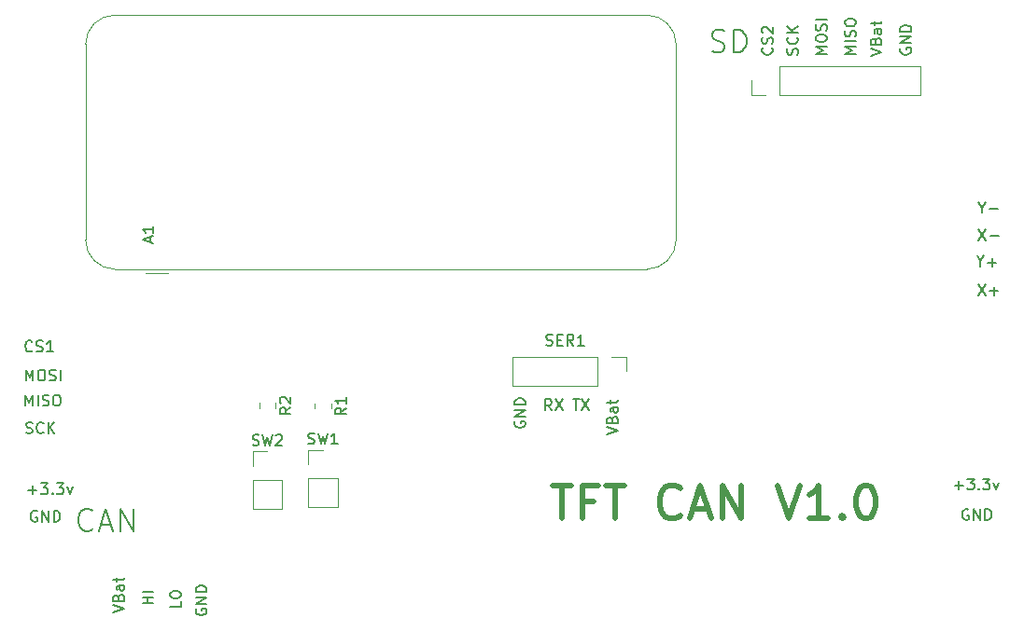
<source format=gbr>
G04 #@! TF.GenerationSoftware,KiCad,Pcbnew,7.0.2-0*
G04 #@! TF.CreationDate,2023-04-27T16:56:16-04:00*
G04 #@! TF.ProjectId,TFT_CAN,5446545f-4341-44e2-9e6b-696361645f70,rev?*
G04 #@! TF.SameCoordinates,Original*
G04 #@! TF.FileFunction,Legend,Top*
G04 #@! TF.FilePolarity,Positive*
%FSLAX46Y46*%
G04 Gerber Fmt 4.6, Leading zero omitted, Abs format (unit mm)*
G04 Created by KiCad (PCBNEW 7.0.2-0) date 2023-04-27 16:56:16*
%MOMM*%
%LPD*%
G01*
G04 APERTURE LIST*
%ADD10C,0.200000*%
%ADD11C,0.150000*%
%ADD12C,0.500000*%
%ADD13C,0.120000*%
G04 APERTURE END LIST*
D10*
X33004285Y-75029761D02*
X32909047Y-75125000D01*
X32909047Y-75125000D02*
X32623333Y-75220238D01*
X32623333Y-75220238D02*
X32432857Y-75220238D01*
X32432857Y-75220238D02*
X32147142Y-75125000D01*
X32147142Y-75125000D02*
X31956666Y-74934523D01*
X31956666Y-74934523D02*
X31861428Y-74744047D01*
X31861428Y-74744047D02*
X31766190Y-74363095D01*
X31766190Y-74363095D02*
X31766190Y-74077380D01*
X31766190Y-74077380D02*
X31861428Y-73696428D01*
X31861428Y-73696428D02*
X31956666Y-73505952D01*
X31956666Y-73505952D02*
X32147142Y-73315476D01*
X32147142Y-73315476D02*
X32432857Y-73220238D01*
X32432857Y-73220238D02*
X32623333Y-73220238D01*
X32623333Y-73220238D02*
X32909047Y-73315476D01*
X32909047Y-73315476D02*
X33004285Y-73410714D01*
X33766190Y-74648809D02*
X34718571Y-74648809D01*
X33575714Y-75220238D02*
X34242380Y-73220238D01*
X34242380Y-73220238D02*
X34909047Y-75220238D01*
X35575714Y-75220238D02*
X35575714Y-73220238D01*
X35575714Y-73220238D02*
X36718571Y-75220238D01*
X36718571Y-75220238D02*
X36718571Y-73220238D01*
D11*
X94652180Y-31326057D02*
X94699800Y-31373676D01*
X94699800Y-31373676D02*
X94747419Y-31516533D01*
X94747419Y-31516533D02*
X94747419Y-31611771D01*
X94747419Y-31611771D02*
X94699800Y-31754628D01*
X94699800Y-31754628D02*
X94604561Y-31849866D01*
X94604561Y-31849866D02*
X94509323Y-31897485D01*
X94509323Y-31897485D02*
X94318847Y-31945104D01*
X94318847Y-31945104D02*
X94175990Y-31945104D01*
X94175990Y-31945104D02*
X93985514Y-31897485D01*
X93985514Y-31897485D02*
X93890276Y-31849866D01*
X93890276Y-31849866D02*
X93795038Y-31754628D01*
X93795038Y-31754628D02*
X93747419Y-31611771D01*
X93747419Y-31611771D02*
X93747419Y-31516533D01*
X93747419Y-31516533D02*
X93795038Y-31373676D01*
X93795038Y-31373676D02*
X93842657Y-31326057D01*
X94699800Y-30945104D02*
X94747419Y-30802247D01*
X94747419Y-30802247D02*
X94747419Y-30564152D01*
X94747419Y-30564152D02*
X94699800Y-30468914D01*
X94699800Y-30468914D02*
X94652180Y-30421295D01*
X94652180Y-30421295D02*
X94556942Y-30373676D01*
X94556942Y-30373676D02*
X94461704Y-30373676D01*
X94461704Y-30373676D02*
X94366466Y-30421295D01*
X94366466Y-30421295D02*
X94318847Y-30468914D01*
X94318847Y-30468914D02*
X94271228Y-30564152D01*
X94271228Y-30564152D02*
X94223609Y-30754628D01*
X94223609Y-30754628D02*
X94175990Y-30849866D01*
X94175990Y-30849866D02*
X94128371Y-30897485D01*
X94128371Y-30897485D02*
X94033133Y-30945104D01*
X94033133Y-30945104D02*
X93937895Y-30945104D01*
X93937895Y-30945104D02*
X93842657Y-30897485D01*
X93842657Y-30897485D02*
X93795038Y-30849866D01*
X93795038Y-30849866D02*
X93747419Y-30754628D01*
X93747419Y-30754628D02*
X93747419Y-30516533D01*
X93747419Y-30516533D02*
X93795038Y-30373676D01*
X93842657Y-29992723D02*
X93795038Y-29945104D01*
X93795038Y-29945104D02*
X93747419Y-29849866D01*
X93747419Y-29849866D02*
X93747419Y-29611771D01*
X93747419Y-29611771D02*
X93795038Y-29516533D01*
X93795038Y-29516533D02*
X93842657Y-29468914D01*
X93842657Y-29468914D02*
X93937895Y-29421295D01*
X93937895Y-29421295D02*
X94033133Y-29421295D01*
X94033133Y-29421295D02*
X94175990Y-29468914D01*
X94175990Y-29468914D02*
X94747419Y-30040342D01*
X94747419Y-30040342D02*
X94747419Y-29421295D01*
X76616495Y-63267419D02*
X77187923Y-63267419D01*
X76902209Y-64267419D02*
X76902209Y-63267419D01*
X77426019Y-63267419D02*
X78092685Y-64267419D01*
X78092685Y-63267419D02*
X77426019Y-64267419D01*
X71351438Y-65277904D02*
X71303819Y-65373142D01*
X71303819Y-65373142D02*
X71303819Y-65515999D01*
X71303819Y-65515999D02*
X71351438Y-65658856D01*
X71351438Y-65658856D02*
X71446676Y-65754094D01*
X71446676Y-65754094D02*
X71541914Y-65801713D01*
X71541914Y-65801713D02*
X71732390Y-65849332D01*
X71732390Y-65849332D02*
X71875247Y-65849332D01*
X71875247Y-65849332D02*
X72065723Y-65801713D01*
X72065723Y-65801713D02*
X72160961Y-65754094D01*
X72160961Y-65754094D02*
X72256200Y-65658856D01*
X72256200Y-65658856D02*
X72303819Y-65515999D01*
X72303819Y-65515999D02*
X72303819Y-65420761D01*
X72303819Y-65420761D02*
X72256200Y-65277904D01*
X72256200Y-65277904D02*
X72208580Y-65230285D01*
X72208580Y-65230285D02*
X71875247Y-65230285D01*
X71875247Y-65230285D02*
X71875247Y-65420761D01*
X72303819Y-64801713D02*
X71303819Y-64801713D01*
X71303819Y-64801713D02*
X72303819Y-64230285D01*
X72303819Y-64230285D02*
X71303819Y-64230285D01*
X72303819Y-63754094D02*
X71303819Y-63754094D01*
X71303819Y-63754094D02*
X71303819Y-63515999D01*
X71303819Y-63515999D02*
X71351438Y-63373142D01*
X71351438Y-63373142D02*
X71446676Y-63277904D01*
X71446676Y-63277904D02*
X71541914Y-63230285D01*
X71541914Y-63230285D02*
X71732390Y-63182666D01*
X71732390Y-63182666D02*
X71875247Y-63182666D01*
X71875247Y-63182666D02*
X72065723Y-63230285D01*
X72065723Y-63230285D02*
X72160961Y-63277904D01*
X72160961Y-63277904D02*
X72256200Y-63373142D01*
X72256200Y-63373142D02*
X72303819Y-63515999D01*
X72303819Y-63515999D02*
X72303819Y-63754094D01*
X96985800Y-31945104D02*
X97033419Y-31802247D01*
X97033419Y-31802247D02*
X97033419Y-31564152D01*
X97033419Y-31564152D02*
X96985800Y-31468914D01*
X96985800Y-31468914D02*
X96938180Y-31421295D01*
X96938180Y-31421295D02*
X96842942Y-31373676D01*
X96842942Y-31373676D02*
X96747704Y-31373676D01*
X96747704Y-31373676D02*
X96652466Y-31421295D01*
X96652466Y-31421295D02*
X96604847Y-31468914D01*
X96604847Y-31468914D02*
X96557228Y-31564152D01*
X96557228Y-31564152D02*
X96509609Y-31754628D01*
X96509609Y-31754628D02*
X96461990Y-31849866D01*
X96461990Y-31849866D02*
X96414371Y-31897485D01*
X96414371Y-31897485D02*
X96319133Y-31945104D01*
X96319133Y-31945104D02*
X96223895Y-31945104D01*
X96223895Y-31945104D02*
X96128657Y-31897485D01*
X96128657Y-31897485D02*
X96081038Y-31849866D01*
X96081038Y-31849866D02*
X96033419Y-31754628D01*
X96033419Y-31754628D02*
X96033419Y-31516533D01*
X96033419Y-31516533D02*
X96081038Y-31373676D01*
X96938180Y-30373676D02*
X96985800Y-30421295D01*
X96985800Y-30421295D02*
X97033419Y-30564152D01*
X97033419Y-30564152D02*
X97033419Y-30659390D01*
X97033419Y-30659390D02*
X96985800Y-30802247D01*
X96985800Y-30802247D02*
X96890561Y-30897485D01*
X96890561Y-30897485D02*
X96795323Y-30945104D01*
X96795323Y-30945104D02*
X96604847Y-30992723D01*
X96604847Y-30992723D02*
X96461990Y-30992723D01*
X96461990Y-30992723D02*
X96271514Y-30945104D01*
X96271514Y-30945104D02*
X96176276Y-30897485D01*
X96176276Y-30897485D02*
X96081038Y-30802247D01*
X96081038Y-30802247D02*
X96033419Y-30659390D01*
X96033419Y-30659390D02*
X96033419Y-30564152D01*
X96033419Y-30564152D02*
X96081038Y-30421295D01*
X96081038Y-30421295D02*
X96128657Y-30373676D01*
X97033419Y-29945104D02*
X96033419Y-29945104D01*
X97033419Y-29373676D02*
X96461990Y-29802247D01*
X96033419Y-29373676D02*
X96604847Y-29945104D01*
X27206819Y-71506466D02*
X27968724Y-71506466D01*
X27587771Y-71887419D02*
X27587771Y-71125514D01*
X28349676Y-70887419D02*
X28968723Y-70887419D01*
X28968723Y-70887419D02*
X28635390Y-71268371D01*
X28635390Y-71268371D02*
X28778247Y-71268371D01*
X28778247Y-71268371D02*
X28873485Y-71315990D01*
X28873485Y-71315990D02*
X28921104Y-71363609D01*
X28921104Y-71363609D02*
X28968723Y-71458847D01*
X28968723Y-71458847D02*
X28968723Y-71696942D01*
X28968723Y-71696942D02*
X28921104Y-71792180D01*
X28921104Y-71792180D02*
X28873485Y-71839800D01*
X28873485Y-71839800D02*
X28778247Y-71887419D01*
X28778247Y-71887419D02*
X28492533Y-71887419D01*
X28492533Y-71887419D02*
X28397295Y-71839800D01*
X28397295Y-71839800D02*
X28349676Y-71792180D01*
X29397295Y-71792180D02*
X29444914Y-71839800D01*
X29444914Y-71839800D02*
X29397295Y-71887419D01*
X29397295Y-71887419D02*
X29349676Y-71839800D01*
X29349676Y-71839800D02*
X29397295Y-71792180D01*
X29397295Y-71792180D02*
X29397295Y-71887419D01*
X29778247Y-70887419D02*
X30397294Y-70887419D01*
X30397294Y-70887419D02*
X30063961Y-71268371D01*
X30063961Y-71268371D02*
X30206818Y-71268371D01*
X30206818Y-71268371D02*
X30302056Y-71315990D01*
X30302056Y-71315990D02*
X30349675Y-71363609D01*
X30349675Y-71363609D02*
X30397294Y-71458847D01*
X30397294Y-71458847D02*
X30397294Y-71696942D01*
X30397294Y-71696942D02*
X30349675Y-71792180D01*
X30349675Y-71792180D02*
X30302056Y-71839800D01*
X30302056Y-71839800D02*
X30206818Y-71887419D01*
X30206818Y-71887419D02*
X29921104Y-71887419D01*
X29921104Y-71887419D02*
X29825866Y-71839800D01*
X29825866Y-71839800D02*
X29778247Y-71792180D01*
X30730628Y-71220752D02*
X30968723Y-71887419D01*
X30968723Y-71887419D02*
X31206818Y-71220752D01*
X79685819Y-66443028D02*
X80685819Y-66109695D01*
X80685819Y-66109695D02*
X79685819Y-65776362D01*
X80162009Y-65109695D02*
X80209628Y-64966838D01*
X80209628Y-64966838D02*
X80257247Y-64919219D01*
X80257247Y-64919219D02*
X80352485Y-64871600D01*
X80352485Y-64871600D02*
X80495342Y-64871600D01*
X80495342Y-64871600D02*
X80590580Y-64919219D01*
X80590580Y-64919219D02*
X80638200Y-64966838D01*
X80638200Y-64966838D02*
X80685819Y-65062076D01*
X80685819Y-65062076D02*
X80685819Y-65443028D01*
X80685819Y-65443028D02*
X79685819Y-65443028D01*
X79685819Y-65443028D02*
X79685819Y-65109695D01*
X79685819Y-65109695D02*
X79733438Y-65014457D01*
X79733438Y-65014457D02*
X79781057Y-64966838D01*
X79781057Y-64966838D02*
X79876295Y-64919219D01*
X79876295Y-64919219D02*
X79971533Y-64919219D01*
X79971533Y-64919219D02*
X80066771Y-64966838D01*
X80066771Y-64966838D02*
X80114390Y-65014457D01*
X80114390Y-65014457D02*
X80162009Y-65109695D01*
X80162009Y-65109695D02*
X80162009Y-65443028D01*
X80685819Y-64014457D02*
X80162009Y-64014457D01*
X80162009Y-64014457D02*
X80066771Y-64062076D01*
X80066771Y-64062076D02*
X80019152Y-64157314D01*
X80019152Y-64157314D02*
X80019152Y-64347790D01*
X80019152Y-64347790D02*
X80066771Y-64443028D01*
X80638200Y-64014457D02*
X80685819Y-64109695D01*
X80685819Y-64109695D02*
X80685819Y-64347790D01*
X80685819Y-64347790D02*
X80638200Y-64443028D01*
X80638200Y-64443028D02*
X80542961Y-64490647D01*
X80542961Y-64490647D02*
X80447723Y-64490647D01*
X80447723Y-64490647D02*
X80352485Y-64443028D01*
X80352485Y-64443028D02*
X80304866Y-64347790D01*
X80304866Y-64347790D02*
X80304866Y-64109695D01*
X80304866Y-64109695D02*
X80257247Y-64014457D01*
X80019152Y-63681123D02*
X80019152Y-63300171D01*
X79685819Y-63538266D02*
X80542961Y-63538266D01*
X80542961Y-63538266D02*
X80638200Y-63490647D01*
X80638200Y-63490647D02*
X80685819Y-63395409D01*
X80685819Y-63395409D02*
X80685819Y-63300171D01*
X113347619Y-52802619D02*
X114014285Y-53802619D01*
X114014285Y-52802619D02*
X113347619Y-53802619D01*
X114395238Y-53421666D02*
X115157143Y-53421666D01*
X114776190Y-53802619D02*
X114776190Y-53040714D01*
X27009886Y-66302600D02*
X27152743Y-66350219D01*
X27152743Y-66350219D02*
X27390838Y-66350219D01*
X27390838Y-66350219D02*
X27486076Y-66302600D01*
X27486076Y-66302600D02*
X27533695Y-66254980D01*
X27533695Y-66254980D02*
X27581314Y-66159742D01*
X27581314Y-66159742D02*
X27581314Y-66064504D01*
X27581314Y-66064504D02*
X27533695Y-65969266D01*
X27533695Y-65969266D02*
X27486076Y-65921647D01*
X27486076Y-65921647D02*
X27390838Y-65874028D01*
X27390838Y-65874028D02*
X27200362Y-65826409D01*
X27200362Y-65826409D02*
X27105124Y-65778790D01*
X27105124Y-65778790D02*
X27057505Y-65731171D01*
X27057505Y-65731171D02*
X27009886Y-65635933D01*
X27009886Y-65635933D02*
X27009886Y-65540695D01*
X27009886Y-65540695D02*
X27057505Y-65445457D01*
X27057505Y-65445457D02*
X27105124Y-65397838D01*
X27105124Y-65397838D02*
X27200362Y-65350219D01*
X27200362Y-65350219D02*
X27438457Y-65350219D01*
X27438457Y-65350219D02*
X27581314Y-65397838D01*
X28581314Y-66254980D02*
X28533695Y-66302600D01*
X28533695Y-66302600D02*
X28390838Y-66350219D01*
X28390838Y-66350219D02*
X28295600Y-66350219D01*
X28295600Y-66350219D02*
X28152743Y-66302600D01*
X28152743Y-66302600D02*
X28057505Y-66207361D01*
X28057505Y-66207361D02*
X28009886Y-66112123D01*
X28009886Y-66112123D02*
X27962267Y-65921647D01*
X27962267Y-65921647D02*
X27962267Y-65778790D01*
X27962267Y-65778790D02*
X28009886Y-65588314D01*
X28009886Y-65588314D02*
X28057505Y-65493076D01*
X28057505Y-65493076D02*
X28152743Y-65397838D01*
X28152743Y-65397838D02*
X28295600Y-65350219D01*
X28295600Y-65350219D02*
X28390838Y-65350219D01*
X28390838Y-65350219D02*
X28533695Y-65397838D01*
X28533695Y-65397838D02*
X28581314Y-65445457D01*
X29009886Y-66350219D02*
X29009886Y-65350219D01*
X29581314Y-66350219D02*
X29152743Y-65778790D01*
X29581314Y-65350219D02*
X29009886Y-65921647D01*
X113731752Y-45858828D02*
X113731752Y-46335019D01*
X113398419Y-45335019D02*
X113731752Y-45858828D01*
X113731752Y-45858828D02*
X114065085Y-45335019D01*
X114398419Y-45954066D02*
X115160324Y-45954066D01*
X99624219Y-31897484D02*
X98624219Y-31897484D01*
X98624219Y-31897484D02*
X99338504Y-31564151D01*
X99338504Y-31564151D02*
X98624219Y-31230818D01*
X98624219Y-31230818D02*
X99624219Y-31230818D01*
X98624219Y-30564151D02*
X98624219Y-30373675D01*
X98624219Y-30373675D02*
X98671838Y-30278437D01*
X98671838Y-30278437D02*
X98767076Y-30183199D01*
X98767076Y-30183199D02*
X98957552Y-30135580D01*
X98957552Y-30135580D02*
X99290885Y-30135580D01*
X99290885Y-30135580D02*
X99481361Y-30183199D01*
X99481361Y-30183199D02*
X99576600Y-30278437D01*
X99576600Y-30278437D02*
X99624219Y-30373675D01*
X99624219Y-30373675D02*
X99624219Y-30564151D01*
X99624219Y-30564151D02*
X99576600Y-30659389D01*
X99576600Y-30659389D02*
X99481361Y-30754627D01*
X99481361Y-30754627D02*
X99290885Y-30802246D01*
X99290885Y-30802246D02*
X98957552Y-30802246D01*
X98957552Y-30802246D02*
X98767076Y-30754627D01*
X98767076Y-30754627D02*
X98671838Y-30659389D01*
X98671838Y-30659389D02*
X98624219Y-30564151D01*
X99576600Y-29754627D02*
X99624219Y-29611770D01*
X99624219Y-29611770D02*
X99624219Y-29373675D01*
X99624219Y-29373675D02*
X99576600Y-29278437D01*
X99576600Y-29278437D02*
X99528980Y-29230818D01*
X99528980Y-29230818D02*
X99433742Y-29183199D01*
X99433742Y-29183199D02*
X99338504Y-29183199D01*
X99338504Y-29183199D02*
X99243266Y-29230818D01*
X99243266Y-29230818D02*
X99195647Y-29278437D01*
X99195647Y-29278437D02*
X99148028Y-29373675D01*
X99148028Y-29373675D02*
X99100409Y-29564151D01*
X99100409Y-29564151D02*
X99052790Y-29659389D01*
X99052790Y-29659389D02*
X99005171Y-29707008D01*
X99005171Y-29707008D02*
X98909933Y-29754627D01*
X98909933Y-29754627D02*
X98814695Y-29754627D01*
X98814695Y-29754627D02*
X98719457Y-29707008D01*
X98719457Y-29707008D02*
X98671838Y-29659389D01*
X98671838Y-29659389D02*
X98624219Y-29564151D01*
X98624219Y-29564151D02*
X98624219Y-29326056D01*
X98624219Y-29326056D02*
X98671838Y-29183199D01*
X99624219Y-28754627D02*
X98624219Y-28754627D01*
X113579352Y-50735628D02*
X113579352Y-51211819D01*
X113246019Y-50211819D02*
X113579352Y-50735628D01*
X113579352Y-50735628D02*
X113912685Y-50211819D01*
X114246019Y-50830866D02*
X115007924Y-50830866D01*
X114626971Y-51211819D02*
X114626971Y-50449914D01*
D12*
X74749286Y-71082657D02*
X76463572Y-71082657D01*
X75606429Y-74082657D02*
X75606429Y-71082657D01*
X78463571Y-72511228D02*
X77463571Y-72511228D01*
X77463571Y-74082657D02*
X77463571Y-71082657D01*
X77463571Y-71082657D02*
X78892143Y-71082657D01*
X79606429Y-71082657D02*
X81320715Y-71082657D01*
X80463572Y-74082657D02*
X80463572Y-71082657D01*
X86320714Y-73796942D02*
X86177857Y-73939800D01*
X86177857Y-73939800D02*
X85749285Y-74082657D01*
X85749285Y-74082657D02*
X85463571Y-74082657D01*
X85463571Y-74082657D02*
X85035000Y-73939800D01*
X85035000Y-73939800D02*
X84749285Y-73654085D01*
X84749285Y-73654085D02*
X84606428Y-73368371D01*
X84606428Y-73368371D02*
X84463571Y-72796942D01*
X84463571Y-72796942D02*
X84463571Y-72368371D01*
X84463571Y-72368371D02*
X84606428Y-71796942D01*
X84606428Y-71796942D02*
X84749285Y-71511228D01*
X84749285Y-71511228D02*
X85035000Y-71225514D01*
X85035000Y-71225514D02*
X85463571Y-71082657D01*
X85463571Y-71082657D02*
X85749285Y-71082657D01*
X85749285Y-71082657D02*
X86177857Y-71225514D01*
X86177857Y-71225514D02*
X86320714Y-71368371D01*
X87463571Y-73225514D02*
X88892143Y-73225514D01*
X87177857Y-74082657D02*
X88177857Y-71082657D01*
X88177857Y-71082657D02*
X89177857Y-74082657D01*
X90177857Y-74082657D02*
X90177857Y-71082657D01*
X90177857Y-71082657D02*
X91892143Y-74082657D01*
X91892143Y-74082657D02*
X91892143Y-71082657D01*
X95177857Y-71082657D02*
X96177857Y-74082657D01*
X96177857Y-74082657D02*
X97177857Y-71082657D01*
X99749286Y-74082657D02*
X98035000Y-74082657D01*
X98892143Y-74082657D02*
X98892143Y-71082657D01*
X98892143Y-71082657D02*
X98606429Y-71511228D01*
X98606429Y-71511228D02*
X98320714Y-71796942D01*
X98320714Y-71796942D02*
X98035000Y-71939800D01*
X101035000Y-73796942D02*
X101177857Y-73939800D01*
X101177857Y-73939800D02*
X101035000Y-74082657D01*
X101035000Y-74082657D02*
X100892143Y-73939800D01*
X100892143Y-73939800D02*
X101035000Y-73796942D01*
X101035000Y-73796942D02*
X101035000Y-74082657D01*
X103035000Y-71082657D02*
X103320714Y-71082657D01*
X103320714Y-71082657D02*
X103606428Y-71225514D01*
X103606428Y-71225514D02*
X103749286Y-71368371D01*
X103749286Y-71368371D02*
X103892143Y-71654085D01*
X103892143Y-71654085D02*
X104035000Y-72225514D01*
X104035000Y-72225514D02*
X104035000Y-72939800D01*
X104035000Y-72939800D02*
X103892143Y-73511228D01*
X103892143Y-73511228D02*
X103749286Y-73796942D01*
X103749286Y-73796942D02*
X103606428Y-73939800D01*
X103606428Y-73939800D02*
X103320714Y-74082657D01*
X103320714Y-74082657D02*
X103035000Y-74082657D01*
X103035000Y-74082657D02*
X102749286Y-73939800D01*
X102749286Y-73939800D02*
X102606428Y-73796942D01*
X102606428Y-73796942D02*
X102463571Y-73511228D01*
X102463571Y-73511228D02*
X102320714Y-72939800D01*
X102320714Y-72939800D02*
X102320714Y-72225514D01*
X102320714Y-72225514D02*
X102463571Y-71654085D01*
X102463571Y-71654085D02*
X102606428Y-71368371D01*
X102606428Y-71368371D02*
X102749286Y-71225514D01*
X102749286Y-71225514D02*
X103035000Y-71082657D01*
D11*
X74671733Y-64267419D02*
X74338400Y-63791228D01*
X74100305Y-64267419D02*
X74100305Y-63267419D01*
X74100305Y-63267419D02*
X74481257Y-63267419D01*
X74481257Y-63267419D02*
X74576495Y-63315038D01*
X74576495Y-63315038D02*
X74624114Y-63362657D01*
X74624114Y-63362657D02*
X74671733Y-63457895D01*
X74671733Y-63457895D02*
X74671733Y-63600752D01*
X74671733Y-63600752D02*
X74624114Y-63695990D01*
X74624114Y-63695990D02*
X74576495Y-63743609D01*
X74576495Y-63743609D02*
X74481257Y-63791228D01*
X74481257Y-63791228D02*
X74100305Y-63791228D01*
X75005067Y-63267419D02*
X75671733Y-64267419D01*
X75671733Y-63267419D02*
X75005067Y-64267419D01*
X106342638Y-31373676D02*
X106295019Y-31468914D01*
X106295019Y-31468914D02*
X106295019Y-31611771D01*
X106295019Y-31611771D02*
X106342638Y-31754628D01*
X106342638Y-31754628D02*
X106437876Y-31849866D01*
X106437876Y-31849866D02*
X106533114Y-31897485D01*
X106533114Y-31897485D02*
X106723590Y-31945104D01*
X106723590Y-31945104D02*
X106866447Y-31945104D01*
X106866447Y-31945104D02*
X107056923Y-31897485D01*
X107056923Y-31897485D02*
X107152161Y-31849866D01*
X107152161Y-31849866D02*
X107247400Y-31754628D01*
X107247400Y-31754628D02*
X107295019Y-31611771D01*
X107295019Y-31611771D02*
X107295019Y-31516533D01*
X107295019Y-31516533D02*
X107247400Y-31373676D01*
X107247400Y-31373676D02*
X107199780Y-31326057D01*
X107199780Y-31326057D02*
X106866447Y-31326057D01*
X106866447Y-31326057D02*
X106866447Y-31516533D01*
X107295019Y-30897485D02*
X106295019Y-30897485D01*
X106295019Y-30897485D02*
X107295019Y-30326057D01*
X107295019Y-30326057D02*
X106295019Y-30326057D01*
X107295019Y-29849866D02*
X106295019Y-29849866D01*
X106295019Y-29849866D02*
X106295019Y-29611771D01*
X106295019Y-29611771D02*
X106342638Y-29468914D01*
X106342638Y-29468914D02*
X106437876Y-29373676D01*
X106437876Y-29373676D02*
X106533114Y-29326057D01*
X106533114Y-29326057D02*
X106723590Y-29278438D01*
X106723590Y-29278438D02*
X106866447Y-29278438D01*
X106866447Y-29278438D02*
X107056923Y-29326057D01*
X107056923Y-29326057D02*
X107152161Y-29373676D01*
X107152161Y-29373676D02*
X107247400Y-29468914D01*
X107247400Y-29468914D02*
X107295019Y-29611771D01*
X107295019Y-29611771D02*
X107295019Y-29849866D01*
X103602619Y-32040343D02*
X104602619Y-31707010D01*
X104602619Y-31707010D02*
X103602619Y-31373677D01*
X104078809Y-30707010D02*
X104126428Y-30564153D01*
X104126428Y-30564153D02*
X104174047Y-30516534D01*
X104174047Y-30516534D02*
X104269285Y-30468915D01*
X104269285Y-30468915D02*
X104412142Y-30468915D01*
X104412142Y-30468915D02*
X104507380Y-30516534D01*
X104507380Y-30516534D02*
X104555000Y-30564153D01*
X104555000Y-30564153D02*
X104602619Y-30659391D01*
X104602619Y-30659391D02*
X104602619Y-31040343D01*
X104602619Y-31040343D02*
X103602619Y-31040343D01*
X103602619Y-31040343D02*
X103602619Y-30707010D01*
X103602619Y-30707010D02*
X103650238Y-30611772D01*
X103650238Y-30611772D02*
X103697857Y-30564153D01*
X103697857Y-30564153D02*
X103793095Y-30516534D01*
X103793095Y-30516534D02*
X103888333Y-30516534D01*
X103888333Y-30516534D02*
X103983571Y-30564153D01*
X103983571Y-30564153D02*
X104031190Y-30611772D01*
X104031190Y-30611772D02*
X104078809Y-30707010D01*
X104078809Y-30707010D02*
X104078809Y-31040343D01*
X104602619Y-29611772D02*
X104078809Y-29611772D01*
X104078809Y-29611772D02*
X103983571Y-29659391D01*
X103983571Y-29659391D02*
X103935952Y-29754629D01*
X103935952Y-29754629D02*
X103935952Y-29945105D01*
X103935952Y-29945105D02*
X103983571Y-30040343D01*
X104555000Y-29611772D02*
X104602619Y-29707010D01*
X104602619Y-29707010D02*
X104602619Y-29945105D01*
X104602619Y-29945105D02*
X104555000Y-30040343D01*
X104555000Y-30040343D02*
X104459761Y-30087962D01*
X104459761Y-30087962D02*
X104364523Y-30087962D01*
X104364523Y-30087962D02*
X104269285Y-30040343D01*
X104269285Y-30040343D02*
X104221666Y-29945105D01*
X104221666Y-29945105D02*
X104221666Y-29707010D01*
X104221666Y-29707010D02*
X104174047Y-29611772D01*
X103935952Y-29278438D02*
X103935952Y-28897486D01*
X103602619Y-29135581D02*
X104459761Y-29135581D01*
X104459761Y-29135581D02*
X104555000Y-29087962D01*
X104555000Y-29087962D02*
X104602619Y-28992724D01*
X104602619Y-28992724D02*
X104602619Y-28897486D01*
X42436238Y-82295904D02*
X42388619Y-82391142D01*
X42388619Y-82391142D02*
X42388619Y-82533999D01*
X42388619Y-82533999D02*
X42436238Y-82676856D01*
X42436238Y-82676856D02*
X42531476Y-82772094D01*
X42531476Y-82772094D02*
X42626714Y-82819713D01*
X42626714Y-82819713D02*
X42817190Y-82867332D01*
X42817190Y-82867332D02*
X42960047Y-82867332D01*
X42960047Y-82867332D02*
X43150523Y-82819713D01*
X43150523Y-82819713D02*
X43245761Y-82772094D01*
X43245761Y-82772094D02*
X43341000Y-82676856D01*
X43341000Y-82676856D02*
X43388619Y-82533999D01*
X43388619Y-82533999D02*
X43388619Y-82438761D01*
X43388619Y-82438761D02*
X43341000Y-82295904D01*
X43341000Y-82295904D02*
X43293380Y-82248285D01*
X43293380Y-82248285D02*
X42960047Y-82248285D01*
X42960047Y-82248285D02*
X42960047Y-82438761D01*
X43388619Y-81819713D02*
X42388619Y-81819713D01*
X42388619Y-81819713D02*
X43388619Y-81248285D01*
X43388619Y-81248285D02*
X42388619Y-81248285D01*
X43388619Y-80772094D02*
X42388619Y-80772094D01*
X42388619Y-80772094D02*
X42388619Y-80533999D01*
X42388619Y-80533999D02*
X42436238Y-80391142D01*
X42436238Y-80391142D02*
X42531476Y-80295904D01*
X42531476Y-80295904D02*
X42626714Y-80248285D01*
X42626714Y-80248285D02*
X42817190Y-80200666D01*
X42817190Y-80200666D02*
X42960047Y-80200666D01*
X42960047Y-80200666D02*
X43150523Y-80248285D01*
X43150523Y-80248285D02*
X43245761Y-80295904D01*
X43245761Y-80295904D02*
X43341000Y-80391142D01*
X43341000Y-80391142D02*
X43388619Y-80533999D01*
X43388619Y-80533999D02*
X43388619Y-80772094D01*
D10*
X89208171Y-31614800D02*
X89493885Y-31710038D01*
X89493885Y-31710038D02*
X89970076Y-31710038D01*
X89970076Y-31710038D02*
X90160552Y-31614800D01*
X90160552Y-31614800D02*
X90255790Y-31519561D01*
X90255790Y-31519561D02*
X90351028Y-31329085D01*
X90351028Y-31329085D02*
X90351028Y-31138609D01*
X90351028Y-31138609D02*
X90255790Y-30948133D01*
X90255790Y-30948133D02*
X90160552Y-30852895D01*
X90160552Y-30852895D02*
X89970076Y-30757657D01*
X89970076Y-30757657D02*
X89589123Y-30662419D01*
X89589123Y-30662419D02*
X89398647Y-30567180D01*
X89398647Y-30567180D02*
X89303409Y-30471942D01*
X89303409Y-30471942D02*
X89208171Y-30281466D01*
X89208171Y-30281466D02*
X89208171Y-30090990D01*
X89208171Y-30090990D02*
X89303409Y-29900514D01*
X89303409Y-29900514D02*
X89398647Y-29805276D01*
X89398647Y-29805276D02*
X89589123Y-29710038D01*
X89589123Y-29710038D02*
X90065314Y-29710038D01*
X90065314Y-29710038D02*
X90351028Y-29805276D01*
X91208171Y-31710038D02*
X91208171Y-29710038D01*
X91208171Y-29710038D02*
X91684361Y-29710038D01*
X91684361Y-29710038D02*
X91970076Y-29805276D01*
X91970076Y-29805276D02*
X92160552Y-29995752D01*
X92160552Y-29995752D02*
X92255790Y-30186228D01*
X92255790Y-30186228D02*
X92351028Y-30567180D01*
X92351028Y-30567180D02*
X92351028Y-30852895D01*
X92351028Y-30852895D02*
X92255790Y-31233847D01*
X92255790Y-31233847D02*
X92160552Y-31424323D01*
X92160552Y-31424323D02*
X91970076Y-31614800D01*
X91970076Y-31614800D02*
X91684361Y-31710038D01*
X91684361Y-31710038D02*
X91208171Y-31710038D01*
D11*
X111230019Y-71100066D02*
X111991924Y-71100066D01*
X111610971Y-71481019D02*
X111610971Y-70719114D01*
X112372876Y-70481019D02*
X112991923Y-70481019D01*
X112991923Y-70481019D02*
X112658590Y-70861971D01*
X112658590Y-70861971D02*
X112801447Y-70861971D01*
X112801447Y-70861971D02*
X112896685Y-70909590D01*
X112896685Y-70909590D02*
X112944304Y-70957209D01*
X112944304Y-70957209D02*
X112991923Y-71052447D01*
X112991923Y-71052447D02*
X112991923Y-71290542D01*
X112991923Y-71290542D02*
X112944304Y-71385780D01*
X112944304Y-71385780D02*
X112896685Y-71433400D01*
X112896685Y-71433400D02*
X112801447Y-71481019D01*
X112801447Y-71481019D02*
X112515733Y-71481019D01*
X112515733Y-71481019D02*
X112420495Y-71433400D01*
X112420495Y-71433400D02*
X112372876Y-71385780D01*
X113420495Y-71385780D02*
X113468114Y-71433400D01*
X113468114Y-71433400D02*
X113420495Y-71481019D01*
X113420495Y-71481019D02*
X113372876Y-71433400D01*
X113372876Y-71433400D02*
X113420495Y-71385780D01*
X113420495Y-71385780D02*
X113420495Y-71481019D01*
X113801447Y-70481019D02*
X114420494Y-70481019D01*
X114420494Y-70481019D02*
X114087161Y-70861971D01*
X114087161Y-70861971D02*
X114230018Y-70861971D01*
X114230018Y-70861971D02*
X114325256Y-70909590D01*
X114325256Y-70909590D02*
X114372875Y-70957209D01*
X114372875Y-70957209D02*
X114420494Y-71052447D01*
X114420494Y-71052447D02*
X114420494Y-71290542D01*
X114420494Y-71290542D02*
X114372875Y-71385780D01*
X114372875Y-71385780D02*
X114325256Y-71433400D01*
X114325256Y-71433400D02*
X114230018Y-71481019D01*
X114230018Y-71481019D02*
X113944304Y-71481019D01*
X113944304Y-71481019D02*
X113849066Y-71433400D01*
X113849066Y-71433400D02*
X113801447Y-71385780D01*
X114753828Y-70814352D02*
X114991923Y-71481019D01*
X114991923Y-71481019D02*
X115230018Y-70814352D01*
X113398419Y-47824219D02*
X114065085Y-48824219D01*
X114065085Y-47824219D02*
X113398419Y-48824219D01*
X114446038Y-48443266D02*
X115207943Y-48443266D01*
X27990895Y-73424238D02*
X27895657Y-73376619D01*
X27895657Y-73376619D02*
X27752800Y-73376619D01*
X27752800Y-73376619D02*
X27609943Y-73424238D01*
X27609943Y-73424238D02*
X27514705Y-73519476D01*
X27514705Y-73519476D02*
X27467086Y-73614714D01*
X27467086Y-73614714D02*
X27419467Y-73805190D01*
X27419467Y-73805190D02*
X27419467Y-73948047D01*
X27419467Y-73948047D02*
X27467086Y-74138523D01*
X27467086Y-74138523D02*
X27514705Y-74233761D01*
X27514705Y-74233761D02*
X27609943Y-74329000D01*
X27609943Y-74329000D02*
X27752800Y-74376619D01*
X27752800Y-74376619D02*
X27848038Y-74376619D01*
X27848038Y-74376619D02*
X27990895Y-74329000D01*
X27990895Y-74329000D02*
X28038514Y-74281380D01*
X28038514Y-74281380D02*
X28038514Y-73948047D01*
X28038514Y-73948047D02*
X27848038Y-73948047D01*
X28467086Y-74376619D02*
X28467086Y-73376619D01*
X28467086Y-73376619D02*
X29038514Y-74376619D01*
X29038514Y-74376619D02*
X29038514Y-73376619D01*
X29514705Y-74376619D02*
X29514705Y-73376619D01*
X29514705Y-73376619D02*
X29752800Y-73376619D01*
X29752800Y-73376619D02*
X29895657Y-73424238D01*
X29895657Y-73424238D02*
X29990895Y-73519476D01*
X29990895Y-73519476D02*
X30038514Y-73614714D01*
X30038514Y-73614714D02*
X30086133Y-73805190D01*
X30086133Y-73805190D02*
X30086133Y-73948047D01*
X30086133Y-73948047D02*
X30038514Y-74138523D01*
X30038514Y-74138523D02*
X29990895Y-74233761D01*
X29990895Y-74233761D02*
X29895657Y-74329000D01*
X29895657Y-74329000D02*
X29752800Y-74376619D01*
X29752800Y-74376619D02*
X29514705Y-74376619D01*
X27551142Y-58838180D02*
X27503523Y-58885800D01*
X27503523Y-58885800D02*
X27360666Y-58933419D01*
X27360666Y-58933419D02*
X27265428Y-58933419D01*
X27265428Y-58933419D02*
X27122571Y-58885800D01*
X27122571Y-58885800D02*
X27027333Y-58790561D01*
X27027333Y-58790561D02*
X26979714Y-58695323D01*
X26979714Y-58695323D02*
X26932095Y-58504847D01*
X26932095Y-58504847D02*
X26932095Y-58361990D01*
X26932095Y-58361990D02*
X26979714Y-58171514D01*
X26979714Y-58171514D02*
X27027333Y-58076276D01*
X27027333Y-58076276D02*
X27122571Y-57981038D01*
X27122571Y-57981038D02*
X27265428Y-57933419D01*
X27265428Y-57933419D02*
X27360666Y-57933419D01*
X27360666Y-57933419D02*
X27503523Y-57981038D01*
X27503523Y-57981038D02*
X27551142Y-58028657D01*
X27932095Y-58885800D02*
X28074952Y-58933419D01*
X28074952Y-58933419D02*
X28313047Y-58933419D01*
X28313047Y-58933419D02*
X28408285Y-58885800D01*
X28408285Y-58885800D02*
X28455904Y-58838180D01*
X28455904Y-58838180D02*
X28503523Y-58742942D01*
X28503523Y-58742942D02*
X28503523Y-58647704D01*
X28503523Y-58647704D02*
X28455904Y-58552466D01*
X28455904Y-58552466D02*
X28408285Y-58504847D01*
X28408285Y-58504847D02*
X28313047Y-58457228D01*
X28313047Y-58457228D02*
X28122571Y-58409609D01*
X28122571Y-58409609D02*
X28027333Y-58361990D01*
X28027333Y-58361990D02*
X27979714Y-58314371D01*
X27979714Y-58314371D02*
X27932095Y-58219133D01*
X27932095Y-58219133D02*
X27932095Y-58123895D01*
X27932095Y-58123895D02*
X27979714Y-58028657D01*
X27979714Y-58028657D02*
X28027333Y-57981038D01*
X28027333Y-57981038D02*
X28122571Y-57933419D01*
X28122571Y-57933419D02*
X28360666Y-57933419D01*
X28360666Y-57933419D02*
X28503523Y-57981038D01*
X29455904Y-58933419D02*
X28884476Y-58933419D01*
X29170190Y-58933419D02*
X29170190Y-57933419D01*
X29170190Y-57933419D02*
X29074952Y-58076276D01*
X29074952Y-58076276D02*
X28979714Y-58171514D01*
X28979714Y-58171514D02*
X28884476Y-58219133D01*
X34895619Y-82597428D02*
X35895619Y-82264095D01*
X35895619Y-82264095D02*
X34895619Y-81930762D01*
X35371809Y-81264095D02*
X35419428Y-81121238D01*
X35419428Y-81121238D02*
X35467047Y-81073619D01*
X35467047Y-81073619D02*
X35562285Y-81026000D01*
X35562285Y-81026000D02*
X35705142Y-81026000D01*
X35705142Y-81026000D02*
X35800380Y-81073619D01*
X35800380Y-81073619D02*
X35848000Y-81121238D01*
X35848000Y-81121238D02*
X35895619Y-81216476D01*
X35895619Y-81216476D02*
X35895619Y-81597428D01*
X35895619Y-81597428D02*
X34895619Y-81597428D01*
X34895619Y-81597428D02*
X34895619Y-81264095D01*
X34895619Y-81264095D02*
X34943238Y-81168857D01*
X34943238Y-81168857D02*
X34990857Y-81121238D01*
X34990857Y-81121238D02*
X35086095Y-81073619D01*
X35086095Y-81073619D02*
X35181333Y-81073619D01*
X35181333Y-81073619D02*
X35276571Y-81121238D01*
X35276571Y-81121238D02*
X35324190Y-81168857D01*
X35324190Y-81168857D02*
X35371809Y-81264095D01*
X35371809Y-81264095D02*
X35371809Y-81597428D01*
X35895619Y-80168857D02*
X35371809Y-80168857D01*
X35371809Y-80168857D02*
X35276571Y-80216476D01*
X35276571Y-80216476D02*
X35228952Y-80311714D01*
X35228952Y-80311714D02*
X35228952Y-80502190D01*
X35228952Y-80502190D02*
X35276571Y-80597428D01*
X35848000Y-80168857D02*
X35895619Y-80264095D01*
X35895619Y-80264095D02*
X35895619Y-80502190D01*
X35895619Y-80502190D02*
X35848000Y-80597428D01*
X35848000Y-80597428D02*
X35752761Y-80645047D01*
X35752761Y-80645047D02*
X35657523Y-80645047D01*
X35657523Y-80645047D02*
X35562285Y-80597428D01*
X35562285Y-80597428D02*
X35514666Y-80502190D01*
X35514666Y-80502190D02*
X35514666Y-80264095D01*
X35514666Y-80264095D02*
X35467047Y-80168857D01*
X35228952Y-79835523D02*
X35228952Y-79454571D01*
X34895619Y-79692666D02*
X35752761Y-79692666D01*
X35752761Y-79692666D02*
X35848000Y-79645047D01*
X35848000Y-79645047D02*
X35895619Y-79549809D01*
X35895619Y-79549809D02*
X35895619Y-79454571D01*
X102265819Y-31897484D02*
X101265819Y-31897484D01*
X101265819Y-31897484D02*
X101980104Y-31564151D01*
X101980104Y-31564151D02*
X101265819Y-31230818D01*
X101265819Y-31230818D02*
X102265819Y-31230818D01*
X102265819Y-30754627D02*
X101265819Y-30754627D01*
X102218200Y-30326056D02*
X102265819Y-30183199D01*
X102265819Y-30183199D02*
X102265819Y-29945104D01*
X102265819Y-29945104D02*
X102218200Y-29849866D01*
X102218200Y-29849866D02*
X102170580Y-29802247D01*
X102170580Y-29802247D02*
X102075342Y-29754628D01*
X102075342Y-29754628D02*
X101980104Y-29754628D01*
X101980104Y-29754628D02*
X101884866Y-29802247D01*
X101884866Y-29802247D02*
X101837247Y-29849866D01*
X101837247Y-29849866D02*
X101789628Y-29945104D01*
X101789628Y-29945104D02*
X101742009Y-30135580D01*
X101742009Y-30135580D02*
X101694390Y-30230818D01*
X101694390Y-30230818D02*
X101646771Y-30278437D01*
X101646771Y-30278437D02*
X101551533Y-30326056D01*
X101551533Y-30326056D02*
X101456295Y-30326056D01*
X101456295Y-30326056D02*
X101361057Y-30278437D01*
X101361057Y-30278437D02*
X101313438Y-30230818D01*
X101313438Y-30230818D02*
X101265819Y-30135580D01*
X101265819Y-30135580D02*
X101265819Y-29897485D01*
X101265819Y-29897485D02*
X101313438Y-29754628D01*
X101265819Y-29135580D02*
X101265819Y-28945104D01*
X101265819Y-28945104D02*
X101313438Y-28849866D01*
X101313438Y-28849866D02*
X101408676Y-28754628D01*
X101408676Y-28754628D02*
X101599152Y-28707009D01*
X101599152Y-28707009D02*
X101932485Y-28707009D01*
X101932485Y-28707009D02*
X102122961Y-28754628D01*
X102122961Y-28754628D02*
X102218200Y-28849866D01*
X102218200Y-28849866D02*
X102265819Y-28945104D01*
X102265819Y-28945104D02*
X102265819Y-29135580D01*
X102265819Y-29135580D02*
X102218200Y-29230818D01*
X102218200Y-29230818D02*
X102122961Y-29326056D01*
X102122961Y-29326056D02*
X101932485Y-29373675D01*
X101932485Y-29373675D02*
X101599152Y-29373675D01*
X101599152Y-29373675D02*
X101408676Y-29326056D01*
X101408676Y-29326056D02*
X101313438Y-29230818D01*
X101313438Y-29230818D02*
X101265819Y-29135580D01*
X41051819Y-81621285D02*
X41051819Y-82097475D01*
X41051819Y-82097475D02*
X40051819Y-82097475D01*
X40051819Y-81097475D02*
X40051819Y-80906999D01*
X40051819Y-80906999D02*
X40099438Y-80811761D01*
X40099438Y-80811761D02*
X40194676Y-80716523D01*
X40194676Y-80716523D02*
X40385152Y-80668904D01*
X40385152Y-80668904D02*
X40718485Y-80668904D01*
X40718485Y-80668904D02*
X40908961Y-80716523D01*
X40908961Y-80716523D02*
X41004200Y-80811761D01*
X41004200Y-80811761D02*
X41051819Y-80906999D01*
X41051819Y-80906999D02*
X41051819Y-81097475D01*
X41051819Y-81097475D02*
X41004200Y-81192713D01*
X41004200Y-81192713D02*
X40908961Y-81287951D01*
X40908961Y-81287951D02*
X40718485Y-81335570D01*
X40718485Y-81335570D02*
X40385152Y-81335570D01*
X40385152Y-81335570D02*
X40194676Y-81287951D01*
X40194676Y-81287951D02*
X40099438Y-81192713D01*
X40099438Y-81192713D02*
X40051819Y-81097475D01*
X112471295Y-73271838D02*
X112376057Y-73224219D01*
X112376057Y-73224219D02*
X112233200Y-73224219D01*
X112233200Y-73224219D02*
X112090343Y-73271838D01*
X112090343Y-73271838D02*
X111995105Y-73367076D01*
X111995105Y-73367076D02*
X111947486Y-73462314D01*
X111947486Y-73462314D02*
X111899867Y-73652790D01*
X111899867Y-73652790D02*
X111899867Y-73795647D01*
X111899867Y-73795647D02*
X111947486Y-73986123D01*
X111947486Y-73986123D02*
X111995105Y-74081361D01*
X111995105Y-74081361D02*
X112090343Y-74176600D01*
X112090343Y-74176600D02*
X112233200Y-74224219D01*
X112233200Y-74224219D02*
X112328438Y-74224219D01*
X112328438Y-74224219D02*
X112471295Y-74176600D01*
X112471295Y-74176600D02*
X112518914Y-74128980D01*
X112518914Y-74128980D02*
X112518914Y-73795647D01*
X112518914Y-73795647D02*
X112328438Y-73795647D01*
X112947486Y-74224219D02*
X112947486Y-73224219D01*
X112947486Y-73224219D02*
X113518914Y-74224219D01*
X113518914Y-74224219D02*
X113518914Y-73224219D01*
X113995105Y-74224219D02*
X113995105Y-73224219D01*
X113995105Y-73224219D02*
X114233200Y-73224219D01*
X114233200Y-73224219D02*
X114376057Y-73271838D01*
X114376057Y-73271838D02*
X114471295Y-73367076D01*
X114471295Y-73367076D02*
X114518914Y-73462314D01*
X114518914Y-73462314D02*
X114566533Y-73652790D01*
X114566533Y-73652790D02*
X114566533Y-73795647D01*
X114566533Y-73795647D02*
X114518914Y-73986123D01*
X114518914Y-73986123D02*
X114471295Y-74081361D01*
X114471295Y-74081361D02*
X114376057Y-74176600D01*
X114376057Y-74176600D02*
X114233200Y-74224219D01*
X114233200Y-74224219D02*
X113995105Y-74224219D01*
X26927372Y-63861019D02*
X26927372Y-62861019D01*
X26927372Y-62861019D02*
X27260705Y-63575304D01*
X27260705Y-63575304D02*
X27594038Y-62861019D01*
X27594038Y-62861019D02*
X27594038Y-63861019D01*
X28070229Y-63861019D02*
X28070229Y-62861019D01*
X28498800Y-63813400D02*
X28641657Y-63861019D01*
X28641657Y-63861019D02*
X28879752Y-63861019D01*
X28879752Y-63861019D02*
X28974990Y-63813400D01*
X28974990Y-63813400D02*
X29022609Y-63765780D01*
X29022609Y-63765780D02*
X29070228Y-63670542D01*
X29070228Y-63670542D02*
X29070228Y-63575304D01*
X29070228Y-63575304D02*
X29022609Y-63480066D01*
X29022609Y-63480066D02*
X28974990Y-63432447D01*
X28974990Y-63432447D02*
X28879752Y-63384828D01*
X28879752Y-63384828D02*
X28689276Y-63337209D01*
X28689276Y-63337209D02*
X28594038Y-63289590D01*
X28594038Y-63289590D02*
X28546419Y-63241971D01*
X28546419Y-63241971D02*
X28498800Y-63146733D01*
X28498800Y-63146733D02*
X28498800Y-63051495D01*
X28498800Y-63051495D02*
X28546419Y-62956257D01*
X28546419Y-62956257D02*
X28594038Y-62908638D01*
X28594038Y-62908638D02*
X28689276Y-62861019D01*
X28689276Y-62861019D02*
X28927371Y-62861019D01*
X28927371Y-62861019D02*
X29070228Y-62908638D01*
X29689276Y-62861019D02*
X29879752Y-62861019D01*
X29879752Y-62861019D02*
X29974990Y-62908638D01*
X29974990Y-62908638D02*
X30070228Y-63003876D01*
X30070228Y-63003876D02*
X30117847Y-63194352D01*
X30117847Y-63194352D02*
X30117847Y-63527685D01*
X30117847Y-63527685D02*
X30070228Y-63718161D01*
X30070228Y-63718161D02*
X29974990Y-63813400D01*
X29974990Y-63813400D02*
X29879752Y-63861019D01*
X29879752Y-63861019D02*
X29689276Y-63861019D01*
X29689276Y-63861019D02*
X29594038Y-63813400D01*
X29594038Y-63813400D02*
X29498800Y-63718161D01*
X29498800Y-63718161D02*
X29451181Y-63527685D01*
X29451181Y-63527685D02*
X29451181Y-63194352D01*
X29451181Y-63194352D02*
X29498800Y-63003876D01*
X29498800Y-63003876D02*
X29594038Y-62908638D01*
X29594038Y-62908638D02*
X29689276Y-62861019D01*
X38562619Y-81803808D02*
X37562619Y-81803808D01*
X38038809Y-81803808D02*
X38038809Y-81232380D01*
X38562619Y-81232380D02*
X37562619Y-81232380D01*
X38562619Y-80756189D02*
X37562619Y-80756189D01*
X26978172Y-61575019D02*
X26978172Y-60575019D01*
X26978172Y-60575019D02*
X27311505Y-61289304D01*
X27311505Y-61289304D02*
X27644838Y-60575019D01*
X27644838Y-60575019D02*
X27644838Y-61575019D01*
X28311505Y-60575019D02*
X28501981Y-60575019D01*
X28501981Y-60575019D02*
X28597219Y-60622638D01*
X28597219Y-60622638D02*
X28692457Y-60717876D01*
X28692457Y-60717876D02*
X28740076Y-60908352D01*
X28740076Y-60908352D02*
X28740076Y-61241685D01*
X28740076Y-61241685D02*
X28692457Y-61432161D01*
X28692457Y-61432161D02*
X28597219Y-61527400D01*
X28597219Y-61527400D02*
X28501981Y-61575019D01*
X28501981Y-61575019D02*
X28311505Y-61575019D01*
X28311505Y-61575019D02*
X28216267Y-61527400D01*
X28216267Y-61527400D02*
X28121029Y-61432161D01*
X28121029Y-61432161D02*
X28073410Y-61241685D01*
X28073410Y-61241685D02*
X28073410Y-60908352D01*
X28073410Y-60908352D02*
X28121029Y-60717876D01*
X28121029Y-60717876D02*
X28216267Y-60622638D01*
X28216267Y-60622638D02*
X28311505Y-60575019D01*
X29121029Y-61527400D02*
X29263886Y-61575019D01*
X29263886Y-61575019D02*
X29501981Y-61575019D01*
X29501981Y-61575019D02*
X29597219Y-61527400D01*
X29597219Y-61527400D02*
X29644838Y-61479780D01*
X29644838Y-61479780D02*
X29692457Y-61384542D01*
X29692457Y-61384542D02*
X29692457Y-61289304D01*
X29692457Y-61289304D02*
X29644838Y-61194066D01*
X29644838Y-61194066D02*
X29597219Y-61146447D01*
X29597219Y-61146447D02*
X29501981Y-61098828D01*
X29501981Y-61098828D02*
X29311505Y-61051209D01*
X29311505Y-61051209D02*
X29216267Y-61003590D01*
X29216267Y-61003590D02*
X29168648Y-60955971D01*
X29168648Y-60955971D02*
X29121029Y-60860733D01*
X29121029Y-60860733D02*
X29121029Y-60765495D01*
X29121029Y-60765495D02*
X29168648Y-60670257D01*
X29168648Y-60670257D02*
X29216267Y-60622638D01*
X29216267Y-60622638D02*
X29311505Y-60575019D01*
X29311505Y-60575019D02*
X29549600Y-60575019D01*
X29549600Y-60575019D02*
X29692457Y-60622638D01*
X30121029Y-61575019D02*
X30121029Y-60575019D01*
X74180914Y-58327000D02*
X74323771Y-58374619D01*
X74323771Y-58374619D02*
X74561866Y-58374619D01*
X74561866Y-58374619D02*
X74657104Y-58327000D01*
X74657104Y-58327000D02*
X74704723Y-58279380D01*
X74704723Y-58279380D02*
X74752342Y-58184142D01*
X74752342Y-58184142D02*
X74752342Y-58088904D01*
X74752342Y-58088904D02*
X74704723Y-57993666D01*
X74704723Y-57993666D02*
X74657104Y-57946047D01*
X74657104Y-57946047D02*
X74561866Y-57898428D01*
X74561866Y-57898428D02*
X74371390Y-57850809D01*
X74371390Y-57850809D02*
X74276152Y-57803190D01*
X74276152Y-57803190D02*
X74228533Y-57755571D01*
X74228533Y-57755571D02*
X74180914Y-57660333D01*
X74180914Y-57660333D02*
X74180914Y-57565095D01*
X74180914Y-57565095D02*
X74228533Y-57469857D01*
X74228533Y-57469857D02*
X74276152Y-57422238D01*
X74276152Y-57422238D02*
X74371390Y-57374619D01*
X74371390Y-57374619D02*
X74609485Y-57374619D01*
X74609485Y-57374619D02*
X74752342Y-57422238D01*
X75180914Y-57850809D02*
X75514247Y-57850809D01*
X75657104Y-58374619D02*
X75180914Y-58374619D01*
X75180914Y-58374619D02*
X75180914Y-57374619D01*
X75180914Y-57374619D02*
X75657104Y-57374619D01*
X76657104Y-58374619D02*
X76323771Y-57898428D01*
X76085676Y-58374619D02*
X76085676Y-57374619D01*
X76085676Y-57374619D02*
X76466628Y-57374619D01*
X76466628Y-57374619D02*
X76561866Y-57422238D01*
X76561866Y-57422238D02*
X76609485Y-57469857D01*
X76609485Y-57469857D02*
X76657104Y-57565095D01*
X76657104Y-57565095D02*
X76657104Y-57707952D01*
X76657104Y-57707952D02*
X76609485Y-57803190D01*
X76609485Y-57803190D02*
X76561866Y-57850809D01*
X76561866Y-57850809D02*
X76466628Y-57898428D01*
X76466628Y-57898428D02*
X76085676Y-57898428D01*
X77609485Y-58374619D02*
X77038057Y-58374619D01*
X77323771Y-58374619D02*
X77323771Y-57374619D01*
X77323771Y-57374619D02*
X77228533Y-57517476D01*
X77228533Y-57517476D02*
X77133295Y-57612714D01*
X77133295Y-57612714D02*
X77038057Y-57660333D01*
X38276904Y-48974285D02*
X38276904Y-48498095D01*
X38562619Y-49069523D02*
X37562619Y-48736190D01*
X37562619Y-48736190D02*
X38562619Y-48402857D01*
X38562619Y-47545714D02*
X38562619Y-48117142D01*
X38562619Y-47831428D02*
X37562619Y-47831428D01*
X37562619Y-47831428D02*
X37705476Y-47926666D01*
X37705476Y-47926666D02*
X37800714Y-48021904D01*
X37800714Y-48021904D02*
X37848333Y-48117142D01*
X56036619Y-64051166D02*
X55560428Y-64384499D01*
X56036619Y-64622594D02*
X55036619Y-64622594D01*
X55036619Y-64622594D02*
X55036619Y-64241642D01*
X55036619Y-64241642D02*
X55084238Y-64146404D01*
X55084238Y-64146404D02*
X55131857Y-64098785D01*
X55131857Y-64098785D02*
X55227095Y-64051166D01*
X55227095Y-64051166D02*
X55369952Y-64051166D01*
X55369952Y-64051166D02*
X55465190Y-64098785D01*
X55465190Y-64098785D02*
X55512809Y-64146404D01*
X55512809Y-64146404D02*
X55560428Y-64241642D01*
X55560428Y-64241642D02*
X55560428Y-64622594D01*
X56036619Y-63098785D02*
X56036619Y-63670213D01*
X56036619Y-63384499D02*
X55036619Y-63384499D01*
X55036619Y-63384499D02*
X55179476Y-63479737D01*
X55179476Y-63479737D02*
X55274714Y-63574975D01*
X55274714Y-63574975D02*
X55322333Y-63670213D01*
X52590667Y-67275000D02*
X52733524Y-67322619D01*
X52733524Y-67322619D02*
X52971619Y-67322619D01*
X52971619Y-67322619D02*
X53066857Y-67275000D01*
X53066857Y-67275000D02*
X53114476Y-67227380D01*
X53114476Y-67227380D02*
X53162095Y-67132142D01*
X53162095Y-67132142D02*
X53162095Y-67036904D01*
X53162095Y-67036904D02*
X53114476Y-66941666D01*
X53114476Y-66941666D02*
X53066857Y-66894047D01*
X53066857Y-66894047D02*
X52971619Y-66846428D01*
X52971619Y-66846428D02*
X52781143Y-66798809D01*
X52781143Y-66798809D02*
X52685905Y-66751190D01*
X52685905Y-66751190D02*
X52638286Y-66703571D01*
X52638286Y-66703571D02*
X52590667Y-66608333D01*
X52590667Y-66608333D02*
X52590667Y-66513095D01*
X52590667Y-66513095D02*
X52638286Y-66417857D01*
X52638286Y-66417857D02*
X52685905Y-66370238D01*
X52685905Y-66370238D02*
X52781143Y-66322619D01*
X52781143Y-66322619D02*
X53019238Y-66322619D01*
X53019238Y-66322619D02*
X53162095Y-66370238D01*
X53495429Y-66322619D02*
X53733524Y-67322619D01*
X53733524Y-67322619D02*
X53924000Y-66608333D01*
X53924000Y-66608333D02*
X54114476Y-67322619D01*
X54114476Y-67322619D02*
X54352572Y-66322619D01*
X55257333Y-67322619D02*
X54685905Y-67322619D01*
X54971619Y-67322619D02*
X54971619Y-66322619D01*
X54971619Y-66322619D02*
X54876381Y-66465476D01*
X54876381Y-66465476D02*
X54781143Y-66560714D01*
X54781143Y-66560714D02*
X54685905Y-66608333D01*
X47561667Y-67397000D02*
X47704524Y-67444619D01*
X47704524Y-67444619D02*
X47942619Y-67444619D01*
X47942619Y-67444619D02*
X48037857Y-67397000D01*
X48037857Y-67397000D02*
X48085476Y-67349380D01*
X48085476Y-67349380D02*
X48133095Y-67254142D01*
X48133095Y-67254142D02*
X48133095Y-67158904D01*
X48133095Y-67158904D02*
X48085476Y-67063666D01*
X48085476Y-67063666D02*
X48037857Y-67016047D01*
X48037857Y-67016047D02*
X47942619Y-66968428D01*
X47942619Y-66968428D02*
X47752143Y-66920809D01*
X47752143Y-66920809D02*
X47656905Y-66873190D01*
X47656905Y-66873190D02*
X47609286Y-66825571D01*
X47609286Y-66825571D02*
X47561667Y-66730333D01*
X47561667Y-66730333D02*
X47561667Y-66635095D01*
X47561667Y-66635095D02*
X47609286Y-66539857D01*
X47609286Y-66539857D02*
X47656905Y-66492238D01*
X47656905Y-66492238D02*
X47752143Y-66444619D01*
X47752143Y-66444619D02*
X47990238Y-66444619D01*
X47990238Y-66444619D02*
X48133095Y-66492238D01*
X48466429Y-66444619D02*
X48704524Y-67444619D01*
X48704524Y-67444619D02*
X48895000Y-66730333D01*
X48895000Y-66730333D02*
X49085476Y-67444619D01*
X49085476Y-67444619D02*
X49323572Y-66444619D01*
X49656905Y-66539857D02*
X49704524Y-66492238D01*
X49704524Y-66492238D02*
X49799762Y-66444619D01*
X49799762Y-66444619D02*
X50037857Y-66444619D01*
X50037857Y-66444619D02*
X50133095Y-66492238D01*
X50133095Y-66492238D02*
X50180714Y-66539857D01*
X50180714Y-66539857D02*
X50228333Y-66635095D01*
X50228333Y-66635095D02*
X50228333Y-66730333D01*
X50228333Y-66730333D02*
X50180714Y-66873190D01*
X50180714Y-66873190D02*
X49609286Y-67444619D01*
X49609286Y-67444619D02*
X50228333Y-67444619D01*
X51007619Y-63999166D02*
X50531428Y-64332499D01*
X51007619Y-64570594D02*
X50007619Y-64570594D01*
X50007619Y-64570594D02*
X50007619Y-64189642D01*
X50007619Y-64189642D02*
X50055238Y-64094404D01*
X50055238Y-64094404D02*
X50102857Y-64046785D01*
X50102857Y-64046785D02*
X50198095Y-63999166D01*
X50198095Y-63999166D02*
X50340952Y-63999166D01*
X50340952Y-63999166D02*
X50436190Y-64046785D01*
X50436190Y-64046785D02*
X50483809Y-64094404D01*
X50483809Y-64094404D02*
X50531428Y-64189642D01*
X50531428Y-64189642D02*
X50531428Y-64570594D01*
X50102857Y-63618213D02*
X50055238Y-63570594D01*
X50055238Y-63570594D02*
X50007619Y-63475356D01*
X50007619Y-63475356D02*
X50007619Y-63237261D01*
X50007619Y-63237261D02*
X50055238Y-63142023D01*
X50055238Y-63142023D02*
X50102857Y-63094404D01*
X50102857Y-63094404D02*
X50198095Y-63046785D01*
X50198095Y-63046785D02*
X50293333Y-63046785D01*
X50293333Y-63046785D02*
X50436190Y-63094404D01*
X50436190Y-63094404D02*
X51007619Y-63665832D01*
X51007619Y-63665832D02*
X51007619Y-63046785D01*
D13*
X92777000Y-35620000D02*
X92777000Y-34290000D01*
X94107000Y-35620000D02*
X92777000Y-35620000D01*
X95377000Y-35620000D02*
X108137000Y-35620000D01*
X95377000Y-35620000D02*
X95377000Y-32960000D01*
X108137000Y-35620000D02*
X108137000Y-32960000D01*
X95377000Y-32960000D02*
X108137000Y-32960000D01*
X81441600Y-59376000D02*
X81441600Y-60706000D01*
X80111600Y-59376000D02*
X81441600Y-59376000D01*
X78841600Y-59376000D02*
X71161600Y-59376000D01*
X78841600Y-59376000D02*
X78841600Y-62036000D01*
X71161600Y-59376000D02*
X71161600Y-62036000D01*
X78841600Y-62036000D02*
X71161600Y-62036000D01*
X85962000Y-31007500D02*
G75*
G03*
X83312000Y-28357500I-2650000J0D01*
G01*
X35052000Y-28357500D02*
G75*
G03*
X32402000Y-31007500I0J-2650000D01*
G01*
X83312000Y-51437500D02*
G75*
G03*
X85962000Y-48787500I0J2650000D01*
G01*
X32402000Y-48787500D02*
G75*
G03*
X35052000Y-51437500I2650000J0D01*
G01*
X35052000Y-28357500D02*
X83312000Y-28357500D01*
X85962000Y-31007500D02*
X85962000Y-48787500D01*
X32402000Y-31007500D02*
X32402000Y-48787500D01*
X35052000Y-51437500D02*
X83312000Y-51437500D01*
X39862000Y-51757500D02*
X37862000Y-51757500D01*
X54659000Y-63657436D02*
X54659000Y-64111564D01*
X53189000Y-63657436D02*
X53189000Y-64111564D01*
X52594000Y-67860000D02*
X53924000Y-67860000D01*
X52594000Y-69190000D02*
X52594000Y-67860000D01*
X52594000Y-70460000D02*
X52594000Y-73060000D01*
X52594000Y-70460000D02*
X55254000Y-70460000D01*
X52594000Y-73060000D02*
X55254000Y-73060000D01*
X55254000Y-70460000D02*
X55254000Y-73060000D01*
X47565000Y-67982000D02*
X48895000Y-67982000D01*
X47565000Y-69312000D02*
X47565000Y-67982000D01*
X47565000Y-70582000D02*
X47565000Y-73182000D01*
X47565000Y-70582000D02*
X50225000Y-70582000D01*
X47565000Y-73182000D02*
X50225000Y-73182000D01*
X50225000Y-70582000D02*
X50225000Y-73182000D01*
X49630000Y-63605436D02*
X49630000Y-64059564D01*
X48160000Y-63605436D02*
X48160000Y-64059564D01*
M02*

</source>
